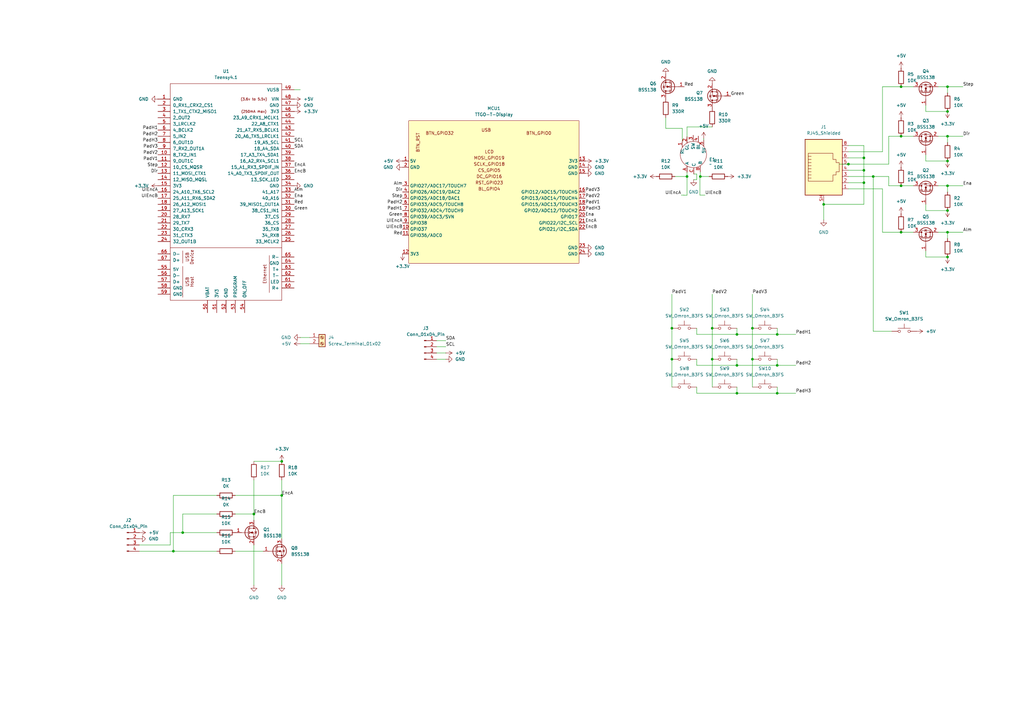
<source format=kicad_sch>
(kicad_sch (version 20231120) (generator "eeschema") (generator_version "8.0")
  (paper "A3")
  (lib_symbols
    (symbol "Connector:Conn_01x04_Pin" (pin_names (offset 1.016) hide)
      (property "Reference" "J" (at 0 5.08 0))
      (property "Value" "Conn_01x04_Pin" (at 0 -7.62 0))
      (symbol "Conn_01x04_Pin_1_1"
        (polyline (pts (xy 1.27 -5.08) (xy 0.8636 -5.08)) (stroke (width 0.1524)))
        (polyline (pts (xy 1.27 -2.54) (xy 0.8636 -2.54)) (stroke (width 0.1524)))
        (polyline (pts (xy 1.27 0) (xy 0.8636 0)) (stroke (width 0.1524)))
        (polyline (pts (xy 1.27 2.54) (xy 0.8636 2.54)) (stroke (width 0.1524)))
        (rectangle (start 0.8636 -4.953) (end 0 -5.207) (stroke (width 0.1524)) (fill (type outline)))
        (rectangle (start 0.8636 -2.413) (end 0 -2.667) (stroke (width 0.1524)) (fill (type outline)))
        (rectangle (start 0.8636 0.127) (end 0 -0.127) (stroke (width 0.1524)) (fill (type outline)))
        (rectangle (start 0.8636 2.667) (end 0 2.413) (stroke (width 0.1524)) (fill (type outline)))
        (pin passive line (at 5.08 2.54 180) (length 3.81) (name "Pin_1") (number "1"))
        (pin passive line (at 5.08 0 180) (length 3.81) (name "Pin_2") (number "2"))
        (pin passive line (at 5.08 -2.54 180) (length 3.81) (name "Pin_3") (number "3"))
        (pin passive line (at 5.08 -5.08 180) (length 3.81) (name "Pin_4") (number "4"))
      )
    )
    (symbol "Connector:RJ45_Shielded" (pin_names (offset 1.016))
      (property "Reference" "J" (at -5.08 13.97 0))
      (property "Value" "RJ45_Shielded" (at 2.54 13.97 0))
      (symbol "RJ45_Shielded_0_1"
        (polyline (pts (xy -5.08 4.445) (xy -6.35 4.445)))
        (polyline (pts (xy -5.08 5.715) (xy -6.35 5.715)))
        (polyline (pts (xy -6.35 -3.175) (xy -5.08 -3.175) (xy -5.08 -3.175)))
        (polyline (pts (xy -6.35 -1.905) (xy -5.08 -1.905) (xy -5.08 -1.905)))
        (polyline (pts (xy -6.35 -0.635) (xy -5.08 -0.635) (xy -5.08 -0.635)))
        (polyline (pts (xy -6.35 0.635) (xy -5.08 0.635) (xy -5.08 0.635)))
        (polyline (pts (xy -6.35 1.905) (xy -5.08 1.905) (xy -5.08 1.905)))
        (polyline (pts (xy -5.08 3.175) (xy -6.35 3.175) (xy -6.35 3.175)))
        (polyline (pts (xy -6.35 -4.445) (xy -6.35 6.985) (xy 3.81 6.985) (xy 3.81 4.445) (xy 5.08 4.445) (xy 5.08 3.175) (xy 6.35 3.175) (xy 6.35 -0.635) (xy 5.08 -0.635) (xy 5.08 -1.905) (xy 3.81 -1.905) (xy 3.81 -4.445) (xy -6.35 -4.445) (xy -6.35 -4.445)))
        (rectangle (start 7.62 12.7) (end -7.62 -10.16) (stroke (width 0.254)) (fill (type background)))
      )
      (symbol "RJ45_Shielded_1_1"
        (pin passive line (at 10.16 -7.62 180) (length 2.54) (name "~") (number "1"))
        (pin passive line (at 10.16 -5.08 180) (length 2.54) (name "~") (number "2"))
        (pin passive line (at 10.16 -2.54 180) (length 2.54) (name "~") (number "3"))
        (pin passive line (at 10.16 0 180) (length 2.54) (name "~") (number "4"))
        (pin passive line (at 10.16 2.54 180) (length 2.54) (name "~") (number "5"))
        (pin passive line (at 10.16 5.08 180) (length 2.54) (name "~") (number "6"))
        (pin passive line (at 10.16 7.62 180) (length 2.54) (name "~") (number "7"))
        (pin passive line (at 10.16 10.16 180) (length 2.54) (name "~") (number "8"))
        (pin passive line (at 0 -12.7 90) (length 2.54) (name "~") (number "SH"))
      )
    )
    (symbol "Connector:Screw_Terminal_01x02" (pin_names (offset 1.016) hide)
      (property "Reference" "J" (at 0 2.54 0))
      (property "Value" "Screw_Terminal_01x02" (at 0 -5.08 0))
      (symbol "Screw_Terminal_01x02_1_1"
        (rectangle (start -1.27 1.27) (end 1.27 -3.81) (stroke (width 0.254)) (fill (type background)))
        (circle (center 0 -2.54) (radius 0.635) (stroke (width 0.1524)))
        (polyline (pts (xy -0.5334 -2.2098) (xy 0.3302 -3.048)) (stroke (width 0.1524)))
        (polyline (pts (xy -0.5334 0.3302) (xy 0.3302 -0.508)) (stroke (width 0.1524)))
        (polyline (pts (xy -0.3556 -2.032) (xy 0.508 -2.8702)) (stroke (width 0.1524)))
        (polyline (pts (xy -0.3556 0.508) (xy 0.508 -0.3302)) (stroke (width 0.1524)))
        (circle (center 0 0) (radius 0.635) (stroke (width 0.1524)))
        (pin passive line (at -5.08 0 0) (length 3.81) (name "Pin_1") (number "1"))
        (pin passive line (at -5.08 -2.54 0) (length 3.81) (name "Pin_2") (number "2"))
      )
    )
    (symbol "Device:R" (pin_numbers hide) (pin_names (offset 0))
      (property "Reference" "R" (at 2.032 0 90))
      (property "Value" "R" (at 0 0 90))
      (symbol "R_0_1"
        (rectangle (start -1.016 -2.54) (end 1.016 2.54) (stroke (width 0.254)))
      )
      (symbol "R_1_1"
        (pin passive line (at 0 3.81 270) (length 1.27) (name "~") (number "1"))
        (pin passive line (at 0 -3.81 90) (length 1.27) (name "~") (number "2"))
      )
    )
    (symbol "RotaryEncoder:LED-EC12"
      (property "Reference" "E" (at 5.7594 -3.9264 0))
      (symbol "LED-EC12_0_1"
        (circle (center -0.0826 0.1376) (radius 5.3882))
      )
      (symbol "LED-EC12_1_1"
        (pin passive line (at -4.6276 5.7676 270) (length 2.54) (name "RL") (number "1"))
        (pin passive line (at -2.7026 7.3776 270) (length 2.54) (name "GL") (number "2"))
        (pin passive line (at -0.1826 8.0427 270) (length 2.54) (name "SW") (number "3"))
        (pin passive line (at 1.9523 7.6927 270) (length 2.54) (name "BL") (number "4"))
        (pin power_in line (at 4.1923 6.0826 270) (length 2.54) (name "5V") (number "5"))
        (pin passive line (at -2.7004 -7.1672 90) (length 2.54) (name "A") (number "A"))
        (pin passive line (at 2.7595 -7.0272 90) (length 2.54) (name "B") (number "B"))
        (pin passive line (at 0.0996 -7.8672 90) (length 2.54) (name "C") (number "C"))
      )
    )
    (symbol "Switch:SW_Omron_B3FS" (pin_numbers hide) (pin_names (offset 1.016) hide)
      (property "Reference" "SW" (at 1.27 2.54 0))
      (property "Value" "SW_Omron_B3FS" (at 0 -1.524 0))
      (symbol "SW_Omron_B3FS_0_1"
        (circle (center -2.032 0) (radius 0.508))
        (polyline (pts (xy 0 1.27) (xy 0 3.048)))
        (polyline (pts (xy 2.54 1.27) (xy -2.54 1.27)))
        (circle (center 2.032 0) (radius 0.508))
        (pin passive line (at -5.08 0 0) (length 2.54) (name "1") (number "1"))
        (pin passive line (at 5.08 0 180) (length 2.54) (name "2") (number "2"))
      )
    )
    (symbol "TTGO_T_Display:TTGO-T-Display"
      (property "Reference" "MCU" (at 0 0 0))
      (property "Value" "TTGO-T-Display" (at 0 2.54 0))
      (symbol "TTGO-T-Display_0_0"
        (text "BL_GPIO4" (at 1.27 -30.48 0) (effects (font (size 1.27 1.27))))
        (text "BTN_GPIO0" (at 21.59 -7.62 0) (effects (font (size 1.27 1.27))))
        (text "BTN_GPIO32" (at -19.05 -7.62 0) (effects (font (size 1.27 1.27))))
        (text "BTN_RST" (at -27.94 -11.43 900) (effects (font (size 1.27 1.27))))
        (text "CS_GPIO5" (at 1.27 -22.86 0) (effects (font (size 1.27 1.27))))
        (text "DC_GPIO16" (at 1.27 -25.4 0) (effects (font (size 1.27 1.27))))
        (text "LCD" (at 1.27 -15.24 0) (effects (font (size 1.27 1.27))))
        (text "MOSI_GPIO19" (at 1.27 -17.78 0) (effects (font (size 1.27 1.27))))
        (text "RST_GPIO23" (at 1.27 -27.94 0) (effects (font (size 1.27 1.27))))
        (text "SCLK_GPIO18" (at 1.27 -20.32 0) (effects (font (size 1.27 1.27))))
        (text "USB" (at 0 -6.35 0) (effects (font (size 1.27 1.27))))
      )
      (symbol "TTGO-T-Display_0_1"
        (rectangle (start -31.75 -2.54) (end 38.1 -60.96) (fill (type background)))
      )
      (symbol "TTGO-T-Display_1_1"
        (pin power_in line (at -34.29 -19.05 0) (length 2.54) (name "5V") (number "1"))
        (pin bidirectional line (at -34.29 -46.99 0) (length 2.54) (name "GPIO37") (number "10"))
        (pin bidirectional line (at -34.29 -49.53 0) (length 2.54) (name "GPIO36/ADC0") (number "11"))
        (pin power_in line (at -34.29 -57.15 0) (length 2.54) (name "3V3") (number "12"))
        (pin power_in line (at 40.64 -19.05 180) (length 2.54) (name "3V3") (number "13"))
        (pin power_in line (at 40.64 -21.59 180) (length 2.54) (name "GND") (number "14"))
        (pin power_in line (at 40.64 -24.13 180) (length 2.54) (name "GND") (number "15"))
        (pin bidirectional line (at 40.64 -31.75 180) (length 2.54) (name "GPIO12/ADC15/TOUCH5") (number "16"))
        (pin bidirectional line (at 40.64 -34.29 180) (length 2.54) (name "GPIO13/ADC14/TOUCH4") (number "17"))
        (pin bidirectional line (at 40.64 -36.83 180) (length 2.54) (name "GPIO15/ADC13/TOUCH3") (number "18"))
        (pin bidirectional line (at 40.64 -39.37 180) (length 2.54) (name "GPIO2/ADC12/TOUCH2") (number "19"))
        (pin power_in line (at -34.29 -21.59 0) (length 2.54) (name "GND") (number "2"))
        (pin bidirectional line (at 40.64 -41.91 180) (length 2.54) (name "GPIO17") (number "20"))
        (pin bidirectional line (at 40.64 -44.45 180) (length 2.54) (name "GPIO22/I2C_SCL") (number "21"))
        (pin bidirectional line (at 40.64 -46.99 180) (length 2.54) (name "GPIO21/I2C_SDA") (number "22"))
        (pin power_in line (at 40.64 -54.61 180) (length 2.54) (name "GND") (number "23"))
        (pin power_in line (at 40.64 -57.15 180) (length 2.54) (name "GND") (number "24"))
        (pin bidirectional line (at -34.29 -29.21 0) (length 2.54) (name "GPIO27/ADC17/TOUCH7") (number "3"))
        (pin bidirectional line (at -34.29 -31.75 0) (length 2.54) (name "GPIO26/ADC19/DAC2") (number "4"))
        (pin bidirectional line (at -34.29 -34.29 0) (length 2.54) (name "GPIO25/ADC18/DAC1") (number "5"))
        (pin bidirectional line (at -34.29 -36.83 0) (length 2.54) (name "GPIO33/ADC5/TOUCH8") (number "6"))
        (pin bidirectional line (at -34.29 -39.37 0) (length 2.54) (name "GPIO32/ADC4/TOUCH9") (number "7"))
        (pin bidirectional line (at -34.29 -41.91 0) (length 2.54) (name "GPIO39/ADC3/SVN") (number "8"))
        (pin bidirectional line (at -34.29 -44.45 0) (length 2.54) (name "GPIO38") (number "9"))
      )
    )
    (symbol "Transistor_FET:BSS138" (pin_names hide)
      (property "Reference" "Q" (at 5.08 1.905 0))
      (property "Value" "BSS138" (at 5.08 0 0))
      (symbol "BSS138_0_1"
        (polyline (pts (xy 0.254 0) (xy -2.54 0)))
        (polyline (pts (xy 0.254 1.905) (xy 0.254 -1.905)) (stroke (width 0.254)))
        (polyline (pts (xy 0.762 -1.27) (xy 0.762 -2.286)) (stroke (width 0.254)))
        (polyline (pts (xy 0.762 0.508) (xy 0.762 -0.508)) (stroke (width 0.254)))
        (polyline (pts (xy 0.762 2.286) (xy 0.762 1.27)) (stroke (width 0.254)))
        (polyline (pts (xy 2.54 2.54) (xy 2.54 1.778)))
        (polyline (pts (xy 2.54 -2.54) (xy 2.54 0) (xy 0.762 0)))
        (polyline (pts (xy 0.762 -1.778) (xy 3.302 -1.778) (xy 3.302 1.778) (xy 0.762 1.778)))
        (polyline (pts (xy 1.016 0) (xy 2.032 0.381) (xy 2.032 -0.381) (xy 1.016 0)) (fill (type outline)))
        (polyline (pts (xy 2.794 0.508) (xy 2.921 0.381) (xy 3.683 0.381) (xy 3.81 0.254)))
        (polyline (pts (xy 3.302 0.381) (xy 2.921 -0.254) (xy 3.683 -0.254) (xy 3.302 0.381)))
        (circle (center 1.651 0) (radius 2.794) (stroke (width 0.254)))
        (circle (center 2.54 -1.778) (radius 0.254) (fill (type outline)))
        (circle (center 2.54 1.778) (radius 0.254) (fill (type outline)))
      )
      (symbol "BSS138_1_1"
        (pin input line (at -5.08 0 0) (length 2.54) (name "G") (number "1"))
        (pin passive line (at 2.54 -5.08 90) (length 2.54) (name "S") (number "2"))
        (pin passive line (at 2.54 5.08 270) (length 2.54) (name "D") (number "3"))
      )
    )
    (symbol "power:+3.3V" (power) (pin_numbers hide) (pin_names (offset 0) hide)
      (property "Value" "+3.3V" (at 0 3.556 0))
      (symbol "+3.3V_0_1"
        (polyline (pts (xy -0.762 1.27) (xy 0 2.54)))
        (polyline (pts (xy 0 0) (xy 0 2.54)))
        (polyline (pts (xy 0 2.54) (xy 0.762 1.27)))
      )
      (symbol "+3.3V_1_1"
        (pin power_in line (at 0 0 90) (length 0) (name "~") (number "1"))
      )
    )
    (symbol "power:+5V" (power) (pin_numbers hide) (pin_names (offset 0) hide)
      (property "Value" "+5V" (at 0 3.556 0))
      (symbol "+5V_0_1"
        (polyline (pts (xy -0.762 1.27) (xy 0 2.54)))
        (polyline (pts (xy 0 0) (xy 0 2.54)))
        (polyline (pts (xy 0 2.54) (xy 0.762 1.27)))
      )
      (symbol "+5V_1_1"
        (pin power_in line (at 0 0 90) (length 0) (name "~") (number "1"))
      )
    )
    (symbol "power:GND" (power) (pin_numbers hide) (pin_names (offset 0) hide)
      (property "Value" "GND" (at 0 -3.81 0))
      (symbol "GND_0_1"
        (polyline (pts (xy 0 0) (xy 0 -1.27) (xy 1.27 -1.27) (xy 0 -2.54) (xy -1.27 -1.27) (xy 0 -1.27)))
      )
      (symbol "GND_1_1"
        (pin power_in line (at 0 0 270) (length 0) (name "~") (number "1"))
      )
    )
    (symbol "teensy:Teensy4.1" (pin_names (offset 1.016))
      (property "Reference" "U" (at 0 64.77 0))
      (property "Value" "Teensy4.1" (at 0 62.23 0))
      (symbol "Teensy4.1_0_0"
        (polyline (pts (xy -22.86 -6.35) (xy 22.86 -6.35)))
        (polyline (pts (xy -17.78 -26.67) (xy -17.78 -13.97)))
        (polyline (pts (xy -17.78 -7.62) (xy -17.78 -12.7)))
        (polyline (pts (xy 17.78 -9.525) (xy 17.78 -24.765)))
        (text "(250mA max)" (at 11.43 49.53 0) (effects (font (size 1.016 1.016))))
        (text "(3.6v to 5.5v)" (at 11.43 54.61 0) (effects (font (size 1.016 1.016))))
        (text "Device" (at -13.97 -10.16 900) (effects (font (size 1.27 1.27))))
        (text "Ethernet" (at 15.875 -17.145 900) (effects (font (size 1.27 1.27))))
        (text "Host" (at -13.97 -20.32 900) (effects (font (size 1.27 1.27))))
        (text "USB" (at -15.875 -20.32 900) (effects (font (size 1.27 1.27))))
        (text "USB" (at -15.875 -10.16 900) (effects (font (size 1.27 1.27))))
        (pin bidirectional line (at -27.94 31.75 0) (length 5.08) (name "8_TX2_IN1") (number "10"))
        (pin bidirectional line (at -27.94 29.21 0) (length 5.08) (name "9_OUT1C") (number "11"))
        (pin bidirectional line (at -27.94 26.67 0) (length 5.08) (name "10_CS_MQSR") (number "12"))
        (pin bidirectional line (at -27.94 24.13 0) (length 5.08) (name "11_MOSI_CTX1") (number "13"))
        (pin bidirectional line (at -27.94 21.59 0) (length 5.08) (name "12_MISO_MQSL") (number "14"))
        (pin power_in line (at -27.94 19.05 0) (length 5.08) (name "3V3") (number "15"))
        (pin bidirectional line (at -27.94 16.51 0) (length 5.08) (name "24_A10_TX6_SCL2") (number "16"))
        (pin bidirectional line (at -27.94 13.97 0) (length 5.08) (name "25_A11_RX6_SDA2") (number "17"))
        (pin bidirectional line (at -27.94 11.43 0) (length 5.08) (name "26_A12_MOSI1") (number "18"))
        (pin bidirectional line (at -27.94 8.89 0) (length 5.08) (name "27_A13_SCK1") (number "19"))
        (pin bidirectional line (at -27.94 6.35 0) (length 5.08) (name "28_RX7") (number "20"))
        (pin bidirectional line (at -27.94 3.81 0) (length 5.08) (name "29_TX7") (number "21"))
        (pin bidirectional line (at -27.94 1.27 0) (length 5.08) (name "30_CRX3") (number "22"))
        (pin bidirectional line (at -27.94 -1.27 0) (length 5.08) (name "31_CTX3") (number "23"))
        (pin bidirectional line (at -27.94 -3.81 0) (length 5.08) (name "32_OUT1B") (number "24"))
        (pin bidirectional line (at 27.94 -3.81 180) (length 5.08) (name "33_MCLK2") (number "25"))
        (pin bidirectional line (at 27.94 -1.27 180) (length 5.08) (name "34_RX8") (number "26"))
        (pin bidirectional line (at 27.94 1.27 180) (length 5.08) (name "35_TX8") (number "27"))
        (pin bidirectional line (at 27.94 3.81 180) (length 5.08) (name "36_CS") (number "28"))
        (pin bidirectional line (at 27.94 6.35 180) (length 5.08) (name "37_CS") (number "29"))
        (pin bidirectional line (at 27.94 8.89 180) (length 5.08) (name "38_CS1_IN1") (number "30"))
        (pin bidirectional line (at 27.94 11.43 180) (length 5.08) (name "39_MISO1_OUT1A") (number "31"))
        (pin bidirectional line (at 27.94 13.97 180) (length 5.08) (name "40_A16") (number "32"))
        (pin bidirectional line (at 27.94 16.51 180) (length 5.08) (name "41_A17") (number "33"))
        (pin bidirectional line (at 27.94 21.59 180) (length 5.08) (name "13_SCK_LED") (number "35"))
        (pin bidirectional line (at 27.94 24.13 180) (length 5.08) (name "14_A0_TX3_SPDIF_OUT") (number "36"))
        (pin bidirectional line (at 27.94 26.67 180) (length 5.08) (name "15_A1_RX3_SPDIF_IN") (number "37"))
        (pin bidirectional line (at 27.94 29.21 180) (length 5.08) (name "16_A2_RX4_SCL1") (number "38"))
        (pin bidirectional line (at 27.94 31.75 180) (length 5.08) (name "17_A3_TX4_SDA1") (number "39"))
        (pin bidirectional line (at 27.94 34.29 180) (length 5.08) (name "18_A4_SDA") (number "40"))
        (pin bidirectional line (at 27.94 36.83 180) (length 5.08) (name "19_A5_SCL") (number "41"))
        (pin bidirectional line (at 27.94 39.37 180) (length 5.08) (name "20_A6_TX5_LRCLK1") (number "42"))
        (pin bidirectional line (at 27.94 41.91 180) (length 5.08) (name "21_A7_RX5_BCLK1") (number "43"))
        (pin bidirectional line (at 27.94 44.45 180) (length 5.08) (name "22_A8_CTX1") (number "44"))
        (pin bidirectional line (at 27.94 46.99 180) (length 5.08) (name "23_A9_CRX1_MCLK1") (number "45"))
        (pin output line (at 27.94 49.53 180) (length 5.08) (name "3V3") (number "46"))
        (pin output line (at 27.94 52.07 180) (length 5.08) (name "GND") (number "47"))
        (pin power_in line (at 27.94 54.61 180) (length 5.08) (name "VIN") (number "48"))
        (pin power_out line (at 27.94 58.42 180) (length 5.08) (name "VUSB") (number "49"))
        (pin bidirectional line (at -27.94 44.45 0) (length 5.08) (name "3_LRCLK2") (number "5"))
        (pin power_in line (at -7.62 -33.02 90) (length 5.08) (name "VBAT") (number "50"))
        (pin power_in line (at -3.81 -33.02 90) (length 5.08) (name "3V3") (number "51"))
        (pin input line (at 0 -33.02 90) (length 5.08) (name "GND") (number "52"))
        (pin input line (at 3.81 -33.02 90) (length 5.08) (name "PROGRAM") (number "53"))
        (pin input line (at 7.62 -33.02 90) (length 5.08) (name "ON_OFF") (number "54"))
        (pin power_out line (at -27.94 -15.24 0) (length 5.08) (name "5V") (number "55"))
        (pin bidirectional line (at -27.94 -17.78 0) (length 5.08) (name "D-") (number "56"))
        (pin bidirectional line (at -27.94 -20.32 0) (length 5.08) (name "D+") (number "57"))
        (pin power_in line (at -27.94 -22.86 0) (length 5.08) (name "GND") (number "58"))
        (pin power_in line (at -27.94 -25.4 0) (length 5.08) (name "GND") (number "59"))
        (pin bidirectional line (at -27.94 41.91 0) (length 5.08) (name "4_BCLK2") (number "6"))
        (pin bidirectional line (at 27.94 -22.86 180) (length 5.08) (name "R+") (number "60"))
        (pin bidirectional line (at 27.94 -20.32 180) (length 5.08) (name "LED") (number "61"))
        (pin bidirectional line (at 27.94 -17.78 180) (length 5.08) (name "T-") (number "62"))
        (pin bidirectional line (at 27.94 -15.24 180) (length 5.08) (name "T+") (number "63"))
        (pin power_in line (at 27.94 -12.7 180) (length 5.08) (name "GND") (number "64"))
        (pin bidirectional line (at 27.94 -10.16 180) (length 5.08) (name "R-") (number "65"))
        (pin bidirectional line (at -27.94 -8.89 0) (length 5.08) (name "D-") (number "66"))
        (pin bidirectional line (at -27.94 -11.43 0) (length 5.08) (name "D+") (number "67"))
        (pin bidirectional line (at -27.94 39.37 0) (length 5.08) (name "5_IN2") (number "7"))
        (pin bidirectional line (at -27.94 36.83 0) (length 5.08) (name "6_OUT1D") (number "8"))
        (pin bidirectional line (at -27.94 34.29 0) (length 5.08) (name "7_RX2_OUT1A") (number "9"))
      )
      (symbol "Teensy4.1_0_1"
        (rectangle (start -22.86 60.96) (end 22.86 -27.94))
        (rectangle (start -20.32 -1.27) (end -20.32 -1.27))
      )
      (symbol "Teensy4.1_1_1"
        (pin power_in line (at -27.94 54.61 0) (length 5.08) (name "GND") (number "1"))
        (pin bidirectional line (at -27.94 52.07 0) (length 5.08) (name "0_RX1_CRX2_CS1") (number "2"))
        (pin bidirectional line (at -27.94 49.53 0) (length 5.08) (name "1_TX1_CTX2_MISO1") (number "3"))
        (pin power_in line (at 27.94 19.05 180) (length 5.08) (name "GND") (number "34"))
        (pin bidirectional line (at -27.94 46.99 0) (length 5.08) (name "2_OUT2") (number "4"))
      )
    )
  )
  (junction (at 337.82 83.82))
  (junction (at 115.57 203.2))
  (junction (at 281.7796 72.39))
  (junction (at 292.1 134.62))
  (junction (at 275.59 134.62))
  (junction (at 308.61 134.62))
  (junction (at 354.33 74.93))
  (junction (at 302.26 161.29))
  (junction (at 275.59 147.32))
  (junction (at 318.77 161.29))
  (junction (at 369.57 76.2))
  (junction (at 388.62 66.04))
  (junction (at 347.98 67.31))
  (junction (at 115.57 189.23))
  (junction (at 302.26 137.16))
  (junction (at 308.61 147.32))
  (junction (at 287.2395 72.39))
  (junction (at 354.33 69.85))
  (junction (at 71.12 226.06))
  (junction (at 388.62 55.88))
  (junction (at 388.62 95.25))
  (junction (at 369.57 35.56))
  (junction (at 318.77 137.16))
  (junction (at 358.14 72.39))
  (junction (at 318.77 149.86))
  (junction (at 292.1 147.32))
  (junction (at 74.93 218.44))
  (junction (at 369.57 55.88))
  (junction (at 388.62 76.2))
  (junction (at 104.14 210.82))
  (junction (at 388.62 35.56))
  (junction (at 302.26 149.86))
  (junction (at 388.62 86.36))
  (junction (at 354.33 64.77))
  (junction (at 388.62 45.72))
  (junction (at 388.62 105.41))
  (junction (at 369.57 95.25))
  (wire (pts (xy 74.93 218.44) (xy 88.9 218.44)))
  (wire (pts (xy 302.26 137.16) (xy 318.77 137.16)))
  (wire (pts (xy 279.8524 57.7324) (xy 279.8524 52.6628)))
  (wire (pts (xy 369.57 95.25) (xy 374.65 95.25)))
  (wire (pts (xy 354.33 83.82) (xy 337.82 83.82)))
  (wire (pts (xy 284.48 73.66) (xy 285.75 73.66)))
  (wire (pts (xy 369.57 35.56) (xy 374.65 35.56)))
  (wire (pts (xy 182.88 139.7) (xy 179.07 139.7)))
  (wire (pts (xy 318.77 149.86) (xy 326.39 149.86)))
  (wire (pts (xy 384.81 95.25) (xy 388.62 95.25)))
  (wire (pts (xy 275.59 134.62) (xy 275.59 147.32)))
  (wire (pts (xy 285.75 134.62) (xy 285.75 137.16)))
  (wire (pts (xy 318.77 137.16) (xy 326.39 137.16)))
  (wire (pts (xy 318.77 147.32) (xy 318.77 149.86)))
  (wire (pts (xy 123.19 36.83) (xy 120.65 36.83)))
  (wire (pts (xy 280.5096 80.0382) (xy 280.5096 80.01)))
  (wire (pts (xy 337.82 83.82) (xy 337.82 90.17)))
  (wire (pts (xy 182.88 147.32) (xy 179.07 147.32)))
  (wire (pts (xy 287.2395 70.5272) (xy 287.2395 72.39)))
  (wire (pts (xy 281.7774 52.07) (xy 281.7774 56.1224)))
  (wire (pts (xy 115.57 203.2) (xy 115.57 220.98)))
  (wire (pts (xy 347.98 77.47) (xy 361.95 77.47)))
  (wire (pts (xy 281.7774 52.07) (xy 292.1 52.07)))
  (wire (pts (xy 364.49 67.31) (xy 364.49 55.88)))
  (wire (pts (xy 69.85 218.44) (xy 74.93 218.44)))
  (wire (pts (xy 388.62 55.88) (xy 394.97 55.88)))
  (wire (pts (xy 288.6108 57.4174) (xy 288.6723 57.4174)))
  (wire (pts (xy 123.19 138.43) (xy 127 138.43)))
  (wire (pts (xy 285.75 73.66) (xy 285.75 71.3672)))
  (wire (pts (xy 379.73 83.82) (xy 379.73 86.36)))
  (wire (pts (xy 354.33 69.85) (xy 354.33 74.93)))
  (wire (pts (xy 115.57 231.14) (xy 115.57 240.03)))
  (wire (pts (xy 285.75 158.75) (xy 285.75 161.29)))
  (wire (pts (xy 288.6108 56.7881) (xy 288.6108 57.4174)))
  (wire (pts (xy 281.7796 80.0382) (xy 280.5096 80.0382)))
  (wire (pts (xy 285.75 149.86) (xy 302.26 149.86)))
  (wire (pts (xy 358.14 135.89) (xy 365.76 135.89)))
  (wire (pts (xy 388.62 78.74) (xy 388.62 76.2)))
  (wire (pts (xy 285.75 161.29) (xy 302.26 161.29)))
  (wire (pts (xy 285.75 71.3672) (xy 284.5796 71.3672)))
  (wire (pts (xy 361.95 35.56) (xy 369.57 35.56)))
  (wire (pts (xy 74.93 210.82) (xy 88.9 210.82)))
  (wire (pts (xy 364.49 55.88) (xy 369.57 55.88)))
  (wire (pts (xy 347.98 59.69) (xy 354.33 59.69)))
  (wire (pts (xy 115.57 196.85) (xy 115.57 203.2)))
  (wire (pts (xy 96.52 203.2) (xy 115.57 203.2)))
  (wire (pts (xy 281.7796 70.6672) (xy 281.7796 72.39)))
  (wire (pts (xy 358.14 72.39) (xy 364.49 72.39)))
  (wire (pts (xy 361.95 77.47) (xy 361.95 95.25)))
  (wire (pts (xy 302.26 134.62) (xy 302.26 137.16)))
  (wire (pts (xy 57.15 223.52) (xy 69.85 223.52)))
  (wire (pts (xy 318.77 161.29) (xy 326.39 161.29)))
  (wire (pts (xy 308.61 158.75) (xy 308.61 147.32)))
  (wire (pts (xy 302.26 149.86) (xy 318.77 149.86)))
  (wire (pts (xy 384.81 55.88) (xy 388.62 55.88)))
  (wire (pts (xy 275.59 120.65) (xy 275.59 134.62)))
  (wire (pts (xy 379.73 63.5) (xy 379.73 66.04)))
  (wire (pts (xy 287.2395 72.39) (xy 290.83 72.39)))
  (wire (pts (xy 318.77 134.62) (xy 318.77 137.16)))
  (wire (pts (xy 292.1 147.32) (xy 292.1 158.75)))
  (wire (pts (xy 302.26 147.32) (xy 302.26 149.86)))
  (wire (pts (xy 337.82 83.82) (xy 337.82 82.55)))
  (wire (pts (xy 388.62 97.79) (xy 388.62 95.25)))
  (wire (pts (xy 379.73 45.72) (xy 388.62 45.72)))
  (wire (pts (xy 308.61 147.32) (xy 308.61 134.62)))
  (wire (pts (xy 347.98 74.93) (xy 354.33 74.93)))
  (wire (pts (xy 57.15 226.06) (xy 71.12 226.06)))
  (wire (pts (xy 281.7796 72.39) (xy 281.7796 80.0382)))
  (wire (pts (xy 379.73 105.41) (xy 388.62 105.41)))
  (wire (pts (xy 364.49 72.39) (xy 364.49 76.2)))
  (wire (pts (xy 384.81 76.2) (xy 388.62 76.2)))
  (wire (pts (xy 347.98 64.77) (xy 354.33 64.77)))
  (wire (pts (xy 280.5096 80.01) (xy 279.4 80.01)))
  (wire (pts (xy 379.73 66.04) (xy 388.62 66.04)))
  (wire (pts (xy 388.62 58.42) (xy 388.62 55.88)))
  (wire (pts (xy 354.33 64.77) (xy 354.33 69.85)))
  (wire (pts (xy 104.14 196.85) (xy 104.14 210.82)))
  (wire (pts (xy 388.62 38.1) (xy 388.62 35.56)))
  (wire (pts (xy 96.52 226.06) (xy 107.95 226.06)))
  (wire (pts (xy 96.52 210.82) (xy 104.14 210.82)))
  (wire (pts (xy 354.33 59.69) (xy 354.33 64.77)))
  (wire (pts (xy 285.75 137.16) (xy 302.26 137.16)))
  (wire (pts (xy 369.57 76.2) (xy 374.65 76.2)))
  (wire (pts (xy 182.88 142.24) (xy 179.07 142.24)))
  (wire (pts (xy 302.26 158.75) (xy 302.26 161.29)))
  (wire (pts (xy 287.0791 72.39) (xy 287.0791 80.01)))
  (wire (pts (xy 276.86 72.39) (xy 281.7796 72.39)))
  (wire (pts (xy 379.73 86.36) (xy 388.62 86.36)))
  (wire (pts (xy 104.14 223.52) (xy 104.14 240.03)))
  (wire (pts (xy 318.77 158.75) (xy 318.77 161.29)))
  (wire (pts (xy 379.73 43.18) (xy 379.73 45.72)))
  (wire (pts (xy 369.57 55.88) (xy 374.65 55.88)))
  (wire (pts (xy 361.95 35.56) (xy 361.95 62.23)))
  (wire (pts (xy 302.26 161.29) (xy 318.77 161.29)))
  (wire (pts (xy 379.73 102.87) (xy 379.73 105.41)))
  (wire (pts (xy 275.59 147.32) (xy 275.59 158.75)))
  (wire (pts (xy 344.17 67.31) (xy 347.98 67.31)))
  (wire (pts (xy 104.14 210.82) (xy 104.14 213.36)))
  (wire (pts (xy 273.05 52.6628) (xy 273.05 48.26)))
  (wire (pts (xy 71.12 226.06) (xy 71.12 203.2)))
  (wire (pts (xy 361.95 95.25) (xy 369.57 95.25)))
  (wire (pts (xy 104.14 189.23) (xy 115.57 189.23)))
  (wire (pts (xy 182.88 144.78) (xy 179.07 144.78)))
  (wire (pts (xy 347.98 67.31) (xy 364.49 67.31)))
  (wire (pts (xy 384.81 35.56) (xy 388.62 35.56)))
  (wire (pts (xy 308.61 134.62) (xy 308.61 120.65)))
  (wire (pts (xy 74.93 218.44) (xy 74.93 210.82)))
  (wire (pts (xy 347.98 69.85) (xy 354.33 69.85)))
  (wire (pts (xy 388.62 76.2) (xy 394.97 76.2)))
  (wire (pts (xy 347.98 62.23) (xy 361.95 62.23)))
  (wire (pts (xy 354.33 74.93) (xy 354.33 83.82)))
  (wire (pts (xy 285.75 147.32) (xy 285.75 149.86)))
  (wire (pts (xy 292.1 120.65) (xy 292.1 134.62)))
  (wire (pts (xy 358.14 72.39) (xy 358.14 135.89)))
  (wire (pts (xy 388.62 35.56) (xy 394.97 35.56)))
  (wire (pts (xy 71.12 203.2) (xy 88.9 203.2)))
  (wire (pts (xy 289.1801 80.01) (xy 287.0791 80.01)))
  (wire (pts (xy 292.1 134.62) (xy 292.1 147.32)))
  (wire (pts (xy 388.62 95.25) (xy 394.97 95.25)))
  (wire (pts (xy 71.12 226.06) (xy 88.9 226.06)))
  (wire (pts (xy 287.0791 72.39) (xy 287.2395 72.39)))
  (wire (pts (xy 123.19 140.97) (xy 127 140.97)))
  (wire (pts (xy 69.85 223.52) (xy 69.85 218.44)))
  (wire (pts (xy 364.49 76.2) (xy 369.57 76.2)))
  (wire (pts (xy 347.98 72.39) (xy 358.14 72.39)))
  (wire (pts (xy 279.8524 52.6628) (xy 273.05 52.6628)))
  (label "Alm" (at 394.97 95.25 0))
  (label "PadH2" (at 326.39 149.86 0))
  (label "Alm" (at 120.65 78.74 0))
  (label "UIEncA" (at 279.4 80.01 180))
  (label "SCL" (at 120.65 58.42 0))
  (label "EncA" (at 240.03 91.44 0))
  (label "Green" (at 299.72 39.37 0))
  (label "Green" (at 165.1 88.9 180))
  (label "Ena" (at 120.65 81.28 0))
  (label "PadV1" (at 275.59 120.65 0))
  (label "Dir" (at 165.1 78.74 180))
  (label "UIEncB" (at 289.1801 80.01 0))
  (label "EncB" (at 120.65 71.12 0))
  (label "Green" (at 120.65 86.36 0))
  (label "PadV3" (at 240.03 78.74 0))
  (label "Ena" (at 394.97 76.2 0))
  (label "UIEncB" (at 64.77 81.28 180))
  (label "Step" (at 165.1 81.28 180))
  (label "EncA" (at 120.65 68.58 0))
  (label "PadV2" (at 240.03 81.28 0))
  (label "PadH1" (at 165.1 86.36 180))
  (label "Alm" (at 165.1 76.2 180))
  (label "EncB" (at 104.14 210.82 0))
  (label "Ena" (at 240.03 88.9 0))
  (label "PadH1" (at 326.39 137.16 0))
  (label "PadV1" (at 64.77 66.04 180))
  (label "PadV3" (at 64.77 60.96 180))
  (label "Dir" (at 394.97 55.88 0))
  (label "PadH3" (at 326.39 161.29 0))
  (label "Dir" (at 64.77 71.12 180))
  (label "UIEncB" (at 165.1 93.98 180))
  (label "SCL" (at 182.88 142.24 0))
  (label "Red" (at 120.65 83.82 0))
  (label "SDA" (at 120.65 60.96 0))
  (label "PadV3" (at 308.61 120.65 0))
  (label "UIEncA" (at 165.1 91.44 180))
  (label "PadH2" (at 165.1 83.82 180))
  (label "SDA" (at 182.88 139.7 0))
  (label "PadV2" (at 64.77 63.5 180))
  (label "Step" (at 64.77 68.58 180))
  (label "PadH2" (at 64.77 55.88 180))
  (label "PadH3" (at 240.03 86.36 0))
  (label "PadV2" (at 292.1 120.65 0))
  (label "PadH3" (at 64.77 58.42 180))
  (label "EncB" (at 240.03 93.98 0))
  (label "PadH1" (at 64.77 53.34 180))
  (label "Step" (at 394.97 35.56 0))
  (label "EncA" (at 115.57 203.2 0))
  (label "PadV1" (at 240.03 83.82 0))
  (label "UIEncA" (at 64.77 78.74 180))
  (label "Red" (at 165.1 96.52 180))
  (label "Red" (at 280.67 35.56 0))
  (symbol (lib_id "Device:R") (at 388.62 82.55 0) (unit 1)
    (property "Reference" "R2" (at 391.16 81.2799 0) (effects (justify left)))
    (property "Value" "10K" (at 391.16 83.8199 0) (effects (justify left)))
    (property "Footprint" "Resistor_SMD:R_0805_2012Metric" (effects (hide yes)))
    (property "Description" "Resistor" (effects (hide yes)))
  )
  (symbol (lib_id "power:+3.3V") (at 269.24 72.39 90) (unit 1)
    (property "Reference" "#PWR014" (effects (hide yes)))
    (property "Value" "+3.3V" (at 265.43 72.3899 90) (effects (justify left)))
    (property "Description" "Power symbol creates a global label with name \"+3.3V\"" (effects (hide yes)))
  )
  (symbol (lib_id "power:+5V") (at 165.1 66.04 90) (unit 1)
    (property "Reference" "#PWR025" (effects (hide yes)))
    (property "Value" "+5V" (at 161.29 66.0399 90) (effects (justify left)))
    (property "Description" "Power symbol creates a global label with name \"+5V\"" (effects (hide yes)))
  )
  (symbol (lib_id "power:+3.3V") (at 388.62 66.04 180) (unit 1)
    (property "Reference" "#PWR08" (effects (hide yes)))
    (property "Value" "+3.3V" (at 388.62 71.12 0))
    (property "Description" "Power symbol creates a global label with name \"+3.3V\"" (effects (hide yes)))
  )
  (symbol (lib_id "Connector:RJ45_Shielded") (at 337.82 69.85 0) (unit 1)
    (property "Reference" "J1" (at 337.82 52.07 0))
    (property "Value" "RJ45_Shielded" (at 337.82 54.61 0))
    (property "Footprint" "Connector_RJ:RJ45_RCH_RC01937" (effects (hide yes)))
    (property "Description" "RJ connector, 8P8C (8 positions 8 connected), Shielded" (effects (hide yes)))
  )
  (symbol (lib_id "power:+3.3V") (at 120.65 45.72 270) (unit 1)
    (property "Reference" "#PWR037" (effects (hide yes)))
    (property "Value" "+3.3V" (at 124.46 45.7199 90) (effects (justify left)))
    (property "Description" "Power symbol creates a global label with name \"+3.3V\"" (effects (hide yes)))
  )
  (symbol (lib_id "Transistor_FET:BSS138") (at 275.59 35.56 180) (unit 1)
    (property "Reference" "Q6" (at 269.24 34.2899 0) (effects (justify left)))
    (property "Value" "BSS138" (at 269.24 36.8299 0) (effects (justify left)))
    (property "Footprint" "Package_TO_SOT_SMD:SOT-23" (effects (hide yes)))
    (property "Datasheet" "https://www.onsemi.com/pub/Collateral/BSS138-D.PDF" (effects (hide yes)))
    (property "Description" "50V Vds, 0.22A Id, N-Channel MOSFET, SOT-23" (effects (hide yes)))
  )
  (symbol (lib_id "power:+3.3V") (at 240.03 66.04 270) (unit 1)
    (property "Reference" "#PWR032" (effects (hide yes)))
    (property "Value" "+3.3V" (at 243.84 66.0399 90) (effects (justify left)))
    (property "Description" "Power symbol creates a global label with name \"+3.3V\"" (effects (hide yes)))
  )
  (symbol (lib_id "power:+5V") (at 369.57 27.94 0) (unit 1)
    (property "Reference" "#PWR09" (effects (hide yes)))
    (property "Value" "+5V" (at 369.57 22.86 0))
    (property "Description" "Power symbol creates a global label with name \"+5V\"" (effects (hide yes)))
  )
  (symbol (lib_id "Transistor_FET:BSS138") (at 113.03 226.06 0) (unit 1)
    (property "Reference" "Q8" (at 119.38 224.7899 0) (effects (justify left)))
    (property "Value" "BSS138" (at 119.38 227.3299 0) (effects (justify left)))
    (property "Footprint" "Package_TO_SOT_SMD:SOT-23" (effects (hide yes)))
    (property "Datasheet" "https://www.onsemi.com/pub/Collateral/BSS138-D.PDF" (effects (hide yes)))
    (property "Description" "50V Vds, 0.22A Id, N-Channel MOSFET, SOT-23" (effects (hide yes)))
  )
  (symbol (lib_id "power:GND") (at 115.57 240.03 0) (unit 1)
    (property "Reference" "#PWR015" (effects (hide yes)))
    (property "Value" "GND" (at 115.57 245.11 0))
    (property "Description" "Power symbol creates a global label with name \"GND\" , ground" (effects (hide yes)))
  )
  (symbol (lib_id "Device:R") (at 92.71 226.06 90) (unit 1)
    (property "Reference" "R16" (at 92.71 219.71 90))
    (property "Value" "10K" (at 92.71 222.25 90))
    (property "Footprint" "Resistor_SMD:R_0805_2012Metric" (effects (hide yes)))
    (property "Description" "Resistor" (effects (hide yes)))
  )
  (symbol (lib_id "Switch:SW_Omron_B3FS") (at 313.69 134.62 0) (unit 1)
    (property "Reference" "SW4" (at 313.69 127 0))
    (property "Value" "SW_Omron_B3FS" (at 313.69 129.54 0))
    (property "Footprint" "Button_Switch_THT:SW_TH_Tactile_Omron_B3F-10xx" (effects (hide yes)))
    (property "Datasheet" "https://omronfs.omron.com/en_US/ecb/products/pdf/en-b3fs.pdf" (effects (hide yes)))
    (property "Description" "Omron B3FS 6x6mm single pole normally-open tactile switch" (effects (hide yes)))
  )
  (symbol (lib_id "power:GND") (at 120.65 43.18 90) (unit 1)
    (property "Reference" "#PWR034" (effects (hide yes)))
    (property "Value" "GND" (at 124.46 43.1799 90) (effects (justify right)))
    (property "Description" "Power symbol creates a global label with name \"GND\" , ground" (effects (hide yes)))
  )
  (symbol (lib_id "power:+5V") (at 120.65 40.64 270) (unit 1)
    (property "Reference" "#PWR033" (effects (hide yes)))
    (property "Value" "+5V" (at 124.46 40.6399 90) (effects (justify left)))
    (property "Description" "Power symbol creates a global label with name \"+5V\"" (effects (hide yes)))
  )
  (symbol (lib_id "Device:R") (at 369.57 31.75 0) (unit 1)
    (property "Reference" "R5" (at 372.11 30.4799 0) (effects (justify left)))
    (property "Value" "10K" (at 372.11 33.0199 0) (effects (justify left)))
    (property "Footprint" "Resistor_SMD:R_0805_2012Metric" (effects (hide yes)))
    (property "Description" "Resistor" (effects (hide yes)))
  )
  (symbol (lib_id "Switch:SW_Omron_B3FS") (at 297.18 134.62 0) (unit 1)
    (property "Reference" "SW3" (at 297.18 127 0))
    (property "Value" "SW_Omron_B3FS" (at 297.18 129.54 0))
    (property "Footprint" "Button_Switch_THT:SW_TH_Tactile_Omron_B3F-10xx" (effects (hide yes)))
    (property "Datasheet" "https://omronfs.omron.com/en_US/ecb/products/pdf/en-b3fs.pdf" (effects (hide yes)))
    (property "Description" "Omron B3FS 6x6mm single pole normally-open tactile switch" (effects (hide yes)))
  )
  (symbol (lib_id "power:GND") (at 240.03 101.6 90) (unit 1)
    (property "Reference" "#PWR027" (effects (hide yes)))
    (property "Value" "GND" (at 243.84 101.5999 90) (effects (justify right)))
    (property "Description" "Power symbol creates a global label with name \"GND\" , ground" (effects (hide yes)))
  )
  (symbol (lib_id "power:+5V") (at 369.57 68.58 0) (unit 1)
    (property "Reference" "#PWR05" (effects (hide yes)))
    (property "Value" "+5V" (at 369.57 63.5 0))
    (property "Description" "Power symbol creates a global label with name \"+5V\"" (effects (hide yes)))
  )
  (symbol (lib_id "power:+5V") (at 182.88 144.78 270) (unit 1)
    (property "Reference" "#PWR020" (effects (hide yes)))
    (property "Value" "+5V" (at 186.69 144.7799 90) (effects (justify left)))
    (property "Description" "Power symbol creates a global label with name \"+5V\"" (effects (hide yes)))
  )
  (symbol (lib_id "Device:R") (at 92.71 210.82 90) (unit 1)
    (property "Reference" "R14" (at 92.71 204.47 90))
    (property "Value" "0K" (at 92.71 207.01 90))
    (property "Footprint" "Resistor_SMD:R_0805_2012Metric" (effects (hide yes)))
    (property "Description" "Resistor" (effects (hide yes)))
  )
  (symbol (lib_id "power:+3.3V") (at 165.1 104.14 180) (unit 1)
    (property "Reference" "#PWR031" (effects (hide yes)))
    (property "Value" "+3.3V" (at 165.1 109.22 0))
    (property "Description" "Power symbol creates a global label with name \"+3.3V\"" (effects (hide yes)))
  )
  (symbol (lib_id "power:+5V") (at 288.6108 56.7881 0) (unit 1)
    (property "Reference" "#PWR02" (effects (hide yes)))
    (property "Value" "+5V" (at 288.6108 51.7081 0))
    (property "Description" "Power symbol creates a global label with name \"+5V\"" (effects (hide yes)))
  )
  (symbol (lib_id "power:+3.3V") (at 388.62 45.72 180) (unit 1)
    (property "Reference" "#PWR010" (effects (hide yes)))
    (property "Value" "+3.3V" (at 388.62 50.8 0))
    (property "Description" "Power symbol creates a global label with name \"+3.3V\"" (effects (hide yes)))
  )
  (symbol (lib_id "power:GND") (at 165.1 68.58 270) (unit 1)
    (property "Reference" "#PWR026" (effects (hide yes)))
    (property "Value" "GND" (at 161.29 68.5799 90) (effects (justify right)))
    (property "Description" "Power symbol creates a global label with name \"GND\" , ground" (effects (hide yes)))
  )
  (symbol (lib_id "Transistor_FET:BSS138") (at 101.6 218.44 0) (unit 1)
    (property "Reference" "Q1" (at 107.95 217.1699 0) (effects (justify left)))
    (property "Value" "BSS138" (at 107.95 219.7099 0) (effects (justify left)))
    (property "Footprint" "Package_TO_SOT_SMD:SOT-23" (effects (hide yes)))
    (property "Datasheet" "https://www.onsemi.com/pub/Collateral/BSS138-D.PDF" (effects (hide yes)))
    (property "Description" "50V Vds, 0.22A Id, N-Channel MOSFET, SOT-23" (effects (hide yes)))
  )
  (symbol (lib_id "Device:R") (at 92.71 203.2 90) (unit 1)
    (property "Reference" "R13" (at 92.71 196.85 90))
    (property "Value" "0K" (at 92.71 199.39 90))
    (property "Footprint" "Resistor_SMD:R_0805_2012Metric" (effects (hide yes)))
    (property "Description" "Resistor" (effects (hide yes)))
  )
  (symbol (lib_id "Connector:Conn_01x04_Pin") (at 173.99 142.24 0) (unit 1)
    (property "Reference" "J3" (at 174.625 134.62 0))
    (property "Value" "Conn_01x04_Pin" (at 174.625 137.16 0))
    (property "Footprint" "Connector_PinHeader_2.54mm:PinHeader_1x04_P2.54mm_Vertical" (effects (hide yes)))
    (property "Description" "Generic connector, single row, 01x04, script generated" (effects (hide yes)))
  )
  (symbol (lib_id "power:+3.3V") (at 388.62 105.41 180) (unit 1)
    (property "Reference" "#PWR04" (effects (hide yes)))
    (property "Value" "+3.3V" (at 388.62 110.49 0))
    (property "Description" "Power symbol creates a global label with name \"+3.3V\"" (effects (hide yes)))
  )
  (symbol (lib_id "teensy:Teensy4.1") (at 92.71 95.25 0) (unit 1)
    (property "Reference" "U1" (at 92.71 29.21 0))
    (property "Value" "Teensy4.1" (at 92.71 31.75 0))
    (property "Footprint" "teensy:Teensy41" (effects (hide yes)))
  )
  (symbol (lib_id "power:GND") (at 292.1 34.29 180) (unit 1)
    (property "Reference" "#PWR012" (effects (hide yes)))
    (property "Value" "GND" (at 292.1 29.21 0))
    (property "Description" "Power symbol creates a global label with name \"GND\" , ground" (effects (hide yes)))
  )
  (symbol (lib_id "Transistor_FET:BSS138") (at 379.73 58.42 90) (unit 1)
    (property "Reference" "Q3" (at 379.73 49.53 90))
    (property "Value" "BSS138" (at 379.73 52.07 90))
    (property "Footprint" "Package_TO_SOT_SMD:SOT-23" (effects (hide yes)))
    (property "Datasheet" "https://www.onsemi.com/pub/Collateral/BSS138-D.PDF" (effects (hide yes)))
    (property "Description" "50V Vds, 0.22A Id, N-Channel MOSFET, SOT-23" (effects (hide yes)))
  )
  (symbol (lib_id "Connector:Screw_Terminal_01x02") (at 132.08 138.43 0) (unit 1)
    (property "Reference" "J4" (at 134.62 138.4299 0) (effects (justify left)))
    (property "Value" "Screw_Terminal_01x02" (at 134.62 140.9699 0) (effects (justify left)))
    (property "Footprint" "TerminalBlock_CUI:TerminalBlock_CUI_TB007-508-02_1x02_P5.08mm_Horizontal" (effects (hide yes)))
    (property "Description" "Generic screw terminal, single row, 01x02, script generated (kicad-library-utils/schlib/autogen/connector/)" (effects (hide yes)))
  )
  (symbol (lib_id "power:+3.3V") (at 115.57 189.23 0) (unit 1)
    (property "Reference" "#PWR019" (effects (hide yes)))
    (property "Value" "+3.3V" (at 115.57 184.15 0))
    (property "Description" "Power symbol creates a global label with name \"+3.3V\"" (effects (hide yes)))
  )
  (symbol (lib_id "Switch:SW_Omron_B3FS") (at 280.67 158.75 0) (unit 1)
    (property "Reference" "SW8" (at 280.67 151.13 0))
    (property "Value" "SW_Omron_B3FS" (at 280.67 153.67 0))
    (property "Footprint" "Button_Switch_THT:SW_TH_Tactile_Omron_B3F-10xx" (effects (hide yes)))
    (property "Datasheet" "https://omronfs.omron.com/en_US/ecb/products/pdf/en-b3fs.pdf" (effects (hide yes)))
    (property "Description" "Omron B3FS 6x6mm single pole normally-open tactile switch" (effects (hide yes)))
  )
  (symbol (lib_id "power:+5V") (at 57.15 218.44 270) (unit 1)
    (property "Reference" "#PWR018" (effects (hide yes)))
    (property "Value" "+5V" (at 60.96 218.4399 90) (effects (justify left)))
    (property "Description" "Power symbol creates a global label with name \"+5V\"" (effects (hide yes)))
  )
  (symbol (lib_id "Device:R") (at 369.57 52.07 0) (unit 1)
    (property "Reference" "R3" (at 372.11 50.7999 0) (effects (justify left)))
    (property "Value" "10K" (at 372.11 53.3399 0) (effects (justify left)))
    (property "Footprint" "Resistor_SMD:R_0805_2012Metric" (effects (hide yes)))
    (property "Description" "Resistor" (effects (hide yes)))
  )
  (symbol (lib_id "power:+3.3V") (at 298.45 72.39 270) (unit 1)
    (property "Reference" "#PWR013" (effects (hide yes)))
    (property "Value" "+3.3V" (at 302.26 72.3899 90) (effects (justify left)))
    (property "Description" "Power symbol creates a global label with name \"+3.3V\"" (effects (hide yes)))
  )
  (symbol (lib_id "Device:R") (at 388.62 41.91 0) (unit 1)
    (property "Reference" "R6" (at 391.16 40.6399 0) (effects (justify left)))
    (property "Value" "10K" (at 391.16 43.1799 0) (effects (justify left)))
    (property "Footprint" "Resistor_SMD:R_0805_2012Metric" (effects (hide yes)))
    (property "Description" "Resistor" (effects (hide yes)))
  )
  (symbol (lib_id "power:+3.3V") (at 388.62 86.36 180) (unit 1)
    (property "Reference" "#PWR06" (effects (hide yes)))
    (property "Value" "+3.3V" (at 388.62 91.44 0))
    (property "Description" "Power symbol creates a global label with name \"+3.3V\"" (effects (hide yes)))
  )
  (symbol (lib_id "Device:R") (at 292.1 48.26 0) (unit 1)
    (property "Reference" "R10" (at 294.64 46.9899 0) (effects (justify left)))
    (property "Value" "330R" (at 294.64 49.5299 0) (effects (justify left)))
    (property "Footprint" "Resistor_SMD:R_0805_2012Metric" (effects (hide yes)))
    (property "Description" "Resistor" (effects (hide yes)))
  )
  (symbol (lib_id "power:GND") (at 182.88 147.32 90) (unit 1)
    (property "Reference" "#PWR021" (effects (hide yes)))
    (property "Value" "GND" (at 186.69 147.3199 90) (effects (justify right)))
    (property "Description" "Power symbol creates a global label with name \"GND\" , ground" (effects (hide yes)))
  )
  (symbol (lib_id "power:GND") (at 64.77 40.64 270) (unit 1)
    (property "Reference" "#PWR035" (effects (hide yes)))
    (property "Value" "GND" (at 60.96 40.6399 90) (effects (justify right)))
    (property "Description" "Power symbol creates a global label with name \"GND\" , ground" (effects (hide yes)))
  )
  (symbol (lib_id "power:GND") (at 284.48 73.66 0) (unit 1)
    (property "Reference" "#PWR039" (effects (hide yes)))
    (property "Value" "GND" (at 284.48 78.74 0))
    (property "Description" "Power symbol creates a global label with name \"GND\" , ground" (effects (hide yes)))
  )
  (symbol (lib_id "power:GND") (at 240.03 68.58 90) (unit 1)
    (property "Reference" "#PWR029" (effects (hide yes)))
    (property "Value" "GND" (at 243.84 68.5799 90) (effects (justify right)))
    (property "Description" "Power symbol creates a global label with name \"GND\" , ground" (effects (hide yes)))
  )
  (symbol (lib_id "power:GND") (at 240.03 71.12 90) (unit 1)
    (property "Reference" "#PWR030" (effects (hide yes)))
    (property "Value" "GND" (at 243.84 71.1199 90) (effects (justify right)))
    (property "Description" "Power symbol creates a global label with name \"GND\" , ground" (effects (hide yes)))
  )
  (symbol (lib_id "Transistor_FET:BSS138") (at 294.64 39.37 180) (unit 1)
    (property "Reference" "Q7" (at 288.29 38.0999 0) (effects (justify left)))
    (property "Value" "BSS138" (at 288.29 40.6399 0) (effects (justify left)))
    (property "Footprint" "Package_TO_SOT_SMD:SOT-23" (effects (hide yes)))
    (property "Datasheet" "https://www.onsemi.com/pub/Collateral/BSS138-D.PDF" (effects (hide yes)))
    (property "Description" "50V Vds, 0.22A Id, N-Channel MOSFET, SOT-23" (effects (hide yes)))
  )
  (symbol (lib_id "Device:R") (at 273.05 44.45 0) (unit 1)
    (property "Reference" "R9" (at 275.59 43.1799 0) (effects (justify left)))
    (property "Value" "330R" (at 275.59 45.7199 0) (effects (justify left)))
    (property "Footprint" "Resistor_SMD:R_0805_2012Metric" (effects (hide yes)))
    (property "Description" "Resistor" (effects (hide yes)))
  )
  (symbol (lib_id "Switch:SW_Omron_B3FS") (at 313.69 158.75 0) (unit 1)
    (property "Reference" "SW10" (at 313.69 151.13 0))
    (property "Value" "SW_Omron_B3FS" (at 313.69 153.67 0))
    (property "Footprint" "Button_Switch_THT:SW_TH_Tactile_Omron_B3F-10xx" (effects (hide yes)))
    (property "Datasheet" "https://omronfs.omron.com/en_US/ecb/products/pdf/en-b3fs.pdf" (effects (hide yes)))
    (property "Description" "Omron B3FS 6x6mm single pole normally-open tactile switch" (effects (hide yes)))
  )
  (symbol (lib_id "power:+5V") (at 375.92 135.89 270) (unit 1)
    (property "Reference" "#PWR024" (effects (hide yes)))
    (property "Value" "+5V" (at 379.73 135.8899 90) (effects (justify left)))
    (property "Description" "Power symbol creates a global label with name \"+5V\"" (effects (hide yes)))
  )
  (symbol (lib_id "Transistor_FET:BSS138") (at 379.73 38.1 90) (unit 1)
    (property "Reference" "Q4" (at 379.73 29.21 90))
    (property "Value" "BSS138" (at 379.73 31.75 90))
    (property "Footprint" "Package_TO_SOT_SMD:SOT-23" (effects (hide yes)))
    (property "Datasheet" "https://www.onsemi.com/pub/Collateral/BSS138-D.PDF" (effects (hide yes)))
    (property "Description" "50V Vds, 0.22A Id, N-Channel MOSFET, SOT-23" (effects (hide yes)))
  )
  (symbol (lib_id "Switch:SW_Omron_B3FS") (at 297.18 158.75 0) (unit 1)
    (property "Reference" "SW9" (at 297.18 151.13 0))
    (property "Value" "SW_Omron_B3FS" (at 297.18 153.67 0))
    (property "Footprint" "Button_Switch_THT:SW_TH_Tactile_Omron_B3F-10xx" (effects (hide yes)))
    (property "Datasheet" "https://omronfs.omron.com/en_US/ecb/products/pdf/en-b3fs.pdf" (effects (hide yes)))
    (property "Description" "Omron B3FS 6x6mm single pole normally-open tactile switch" (effects (hide yes)))
  )
  (symbol (lib_id "power:GND") (at 337.82 90.17 0) (unit 1)
    (property "Reference" "#PWR01" (effects (hide yes)))
    (property "Value" "GND" (at 337.82 95.25 0))
    (property "Description" "Power symbol creates a global label with name \"GND\" , ground" (effects (hide yes)))
  )
  (symbol (lib_id "power:GND") (at 120.65 76.2 90) (unit 1)
    (property "Reference" "#PWR036" (effects (hide yes)))
    (property "Value" "GND" (at 124.46 76.1999 90) (effects (justify right)))
    (property "Description" "Power symbol creates a global label with name \"GND\" , ground" (effects (hide yes)))
  )
  (symbol (lib_id "Device:R") (at 115.57 193.04 180) (unit 1)
    (property "Reference" "R18" (at 118.11 191.7699 0) (effects (justify right)))
    (property "Value" "10K" (at 118.11 194.3099 0) (effects (justify right)))
    (property "Footprint" "Resistor_SMD:R_0805_2012Metric" (effects (hide yes)))
    (property "Description" "Resistor" (effects (hide yes)))
  )
  (symbol (lib_id "power:GND") (at 57.15 220.98 90) (unit 1)
    (property "Reference" "#PWR017" (effects (hide yes)))
    (property "Value" "GND" (at 60.96 220.9799 90) (effects (justify right)))
    (property "Description" "Power symbol creates a global label with name \"GND\" , ground" (effects (hide yes)))
  )
  (symbol (lib_id "TTGO_T_Display:TTGO-T-Display") (at 199.39 46.99 0) (unit 1)
    (property "Reference" "MCU1" (at 202.565 44.45 0))
    (property "Value" "TTGO-T-Display" (at 202.565 46.99 0))
    (property "Footprint" "TTGO_T_Display:TTGO-T-Display" (effects (hide yes)))
  )
  (symbol (lib_id "power:+5V") (at 123.19 140.97 90) (unit 1)
    (property "Reference" "#PWR022" (effects (hide yes)))
    (property "Value" "+5V" (at 119.38 140.9701 90) (effects (justify left)))
    (property "Description" "Power symbol creates a global label with name \"+5V\"" (effects (hide yes)))
  )
  (symbol (lib_id "Device:R") (at 294.64 72.39 90) (unit 1)
    (property "Reference" "R11" (at 294.64 66.04 90))
    (property "Value" "10K" (at 294.64 68.58 90))
    (property "Footprint" "Resistor_SMD:R_0805_2012Metric" (effects (hide yes)))
    (property "Description" "Resistor" (effects (hide yes)))
  )
  (symbol (lib_id "Connector:Conn_01x04_Pin") (at 52.07 220.98 0) (unit 1)
    (property "Reference" "J2" (at 52.705 213.36 0))
    (property "Value" "Conn_01x04_Pin" (at 52.705 215.9 0))
    (property "Footprint" "Connector_JST:JST_XH_B4B-XH-A_1x04_P2.50mm_Vertical" (effects (hide yes)))
    (property "Description" "Generic connector, single row, 01x04, script generated" (effects (hide yes)))
  )
  (symbol (lib_id "Device:R") (at 273.05 72.39 90) (unit 1)
    (property "Reference" "R12" (at 273.05 66.04 90))
    (property "Value" "10K" (at 273.05 68.58 90))
    (property "Footprint" "Resistor_SMD:R_0805_2012Metric" (effects (hide yes)))
    (property "Description" "Resistor" (effects (hide yes)))
  )
  (symbol (lib_id "Switch:SW_Omron_B3FS") (at 370.84 135.89 0) (unit 1)
    (property "Reference" "SW1" (at 370.84 128.27 0))
    (property "Value" "SW_Omron_B3FS" (at 370.84 130.81 0))
    (property "Footprint" "Button_Switch_THT:SW_TH_Tactile_Omron_B3F-10xx" (effects (hide yes)))
    (property "Datasheet" "https://omronfs.omron.com/en_US/ecb/products/pdf/en-b3fs.pdf" (effects (hide yes)))
    (property "Description" "Omron B3FS 6x6mm single pole normally-open tactile switch" (effects (hide yes)))
  )
  (symbol (lib_id "power:GND") (at 104.14 240.03 0) (unit 1)
    (property "Reference" "#PWR016" (effects (hide yes)))
    (property "Value" "GND" (at 104.14 245.11 0))
    (property "Description" "Power symbol creates a global label with name \"GND\" , ground" (effects (hide yes)))
  )
  (symbol (lib_id "Device:R") (at 388.62 101.6 0) (unit 1)
    (property "Reference" "R8" (at 391.16 100.3299 0) (effects (justify left)))
    (property "Value" "10K" (at 391.16 102.8699 0) (effects (justify left)))
    (property "Footprint" "Resistor_SMD:R_0805_2012Metric" (effects (hide yes)))
    (property "Description" "Resistor" (effects (hide yes)))
  )
  (symbol (lib_id "Device:R") (at 104.14 193.04 180) (unit 1)
    (property "Reference" "R17" (at 106.7281 191.7699 0) (effects (justify right)))
    (property "Value" "10K" (at 106.7281 194.3099 0) (effects (justify right)))
    (property "Footprint" "Resistor_SMD:R_0805_2012Metric" (effects (hide yes)))
    (property "Description" "Resistor" (effects (hide yes)))
  )
  (symbol (lib_id "power:GND") (at 240.03 104.14 90) (unit 1)
    (property "Reference" "#PWR028" (effects (hide yes)))
    (property "Value" "GND" (at 243.84 104.1399 90) (effects (justify right)))
    (property "Description" "Power symbol creates a global label with name \"GND\" , ground" (effects (hide yes)))
  )
  (symbol (lib_id "Transistor_FET:BSS138") (at 379.73 78.74 90) (unit 1)
    (property "Reference" "Q2" (at 379.73 69.85 90))
    (property "Value" "BSS138" (at 379.73 72.39 90))
    (property "Footprint" "Package_TO_SOT_SMD:SOT-23" (effects (hide yes)))
    (property "Datasheet" "https://www.onsemi.com/pub/Collateral/BSS138-D.PDF" (effects (hide yes)))
    (property "Description" "50V Vds, 0.22A Id, N-Channel MOSFET, SOT-23" (effects (hide yes)))
  )
  (symbol (lib_id "Transistor_FET:BSS138") (at 379.73 97.79 90) (unit 1)
    (property "Reference" "Q5" (at 379.73 88.9 90))
    (property "Value" "BSS138" (at 379.73 91.44 90))
    (property "Footprint" "Package_TO_SOT_SMD:SOT-23" (effects (hide yes)))
    (property "Datasheet" "https://www.onsemi.com/pub/Collateral/BSS138-D.PDF" (effects (hide yes)))
    (property "Description" "50V Vds, 0.22A Id, N-Channel MOSFET, SOT-23" (effects (hide yes)))
  )
  (symbol (lib_id "Device:R") (at 369.57 72.39 0) (unit 1)
    (property "Reference" "R1" (at 372.11 71.1199 0) (effects (justify left)))
    (property "Value" "10K" (at 372.11 73.6599 0) (effects (justify left)))
    (property "Footprint" "Resistor_SMD:R_0805_2012Metric" (effects (hide yes)))
    (property "Description" "Resistor" (effects (hide yes)))
  )
  (symbol (lib_id "Device:R") (at 388.62 62.23 0) (unit 1)
    (property "Reference" "R4" (at 391.16 60.9599 0) (effects (justify left)))
    (property "Value" "10K" (at 391.16 63.4999 0) (effects (justify left)))
    (property "Footprint" "Resistor_SMD:R_0805_2012Metric" (effects (hide yes)))
    (property "Description" "Resistor" (effects (hide yes)))
  )
  (symbol (lib_id "RotaryEncoder:LED-EC12") (at 284.48 63.5 0) (unit 1)
    (property "Reference" "E1" (at 290.83 65.4432 0) (effects (justify left)))
    (property "Value" "~" (at 290.83 67.3483 0) (effects (justify left)))
    (property "Footprint" "Rotary:Sparkfun" (effects (hide yes)))
  )
  (symbol (lib_id "Switch:SW_Omron_B3FS") (at 280.67 134.62 0) (unit 1)
    (property "Reference" "SW2" (at 280.67 127 0))
    (property "Value" "SW_Omron_B3FS" (at 280.67 129.54 0))
    (property "Footprint" "Button_Switch_THT:SW_TH_Tactile_Omron_B3F-10xx" (effects (hide yes)))
    (property "Datasheet" "https://omronfs.omron.com/en_US/ecb/products/pdf/en-b3fs.pdf" (effects (hide yes)))
    (property "Description" "Omron B3FS 6x6mm single pole normally-open tactile switch" (effects (hide yes)))
  )
  (symbol (lib_id "power:+5V") (at 369.57 48.26 0) (unit 1)
    (property "Reference" "#PWR07" (effects (hide yes)))
    (property "Value" "+5V" (at 369.57 43.18 0))
    (property "Description" "Power symbol creates a global label with name \"+5V\"" (effects (hide yes)))
  )
  (symbol (lib_id "power:GND") (at 123.19 138.43 270) (unit 1)
    (property "Reference" "#PWR023" (effects (hide yes)))
    (property "Value" "GND" (at 119.38 138.4301 90) (effects (justify right)))
    (property "Description" "Power symbol creates a global label with name \"GND\" , ground" (effects (hide yes)))
  )
  (symbol (lib_id "Switch:SW_Omron_B3FS") (at 297.18 147.32 0) (unit 1)
    (property "Reference" "SW6" (at 297.18 139.7 0))
    (property "Value" "SW_Omron_B3FS" (at 297.18 142.24 0))
    (property "Footprint" "Button_Switch_THT:SW_TH_Tactile_Omron_B3F-10xx" (effects (hide yes)))
    (property "Datasheet" "https://omronfs.omron.com/en_US/ecb/products/pdf/en-b3fs.pdf" (effects (hide yes)))
    (property "Description" "Omron B3FS 6x6mm single pole normally-open tactile switch" (effects (hide yes)))
  )
  (symbol (lib_id "Switch:SW_Omron_B3FS") (at 280.67 147.32 0) (unit 1)
    (property "Reference" "SW5" (at 280.67 139.7 0))
    (property "Value" "SW_Omron_B3FS" (at 280.67 142.24 0))
    (property "Footprint" "Button_Switch_THT:SW_TH_Tactile_Omron_B3F-10xx" (effects (hide yes)))
    (property "Datasheet" "https://omronfs.omron.com/en_US/ecb/products/pdf/en-b3fs.pdf" (effects (hide yes)))
    (property "Description" "Omron B3FS 6x6mm single pole normally-open tactile switch" (effects (hide yes)))
  )
  (symbol (lib_id "power:+3.3V") (at 64.77 76.2 90) (unit 1)
    (property "Reference" "#PWR038" (effects (hide yes)))
    (property "Value" "+3.3V" (at 60.96 76.1999 90) (effects (justify left)))
    (property "Description" "Power symbol creates a global label with name \"+3.3V\"" (effects (hide yes)))
  )
  (symbol (lib_id "Switch:SW_Omron_B3FS") (at 313.69 147.32 0) (unit 1)
    (property "Reference" "SW7" (at 313.69 139.7 0))
    (property "Value" "SW_Omron_B3FS" (at 313.69 142.24 0))
    (property "Footprint" "Button_Switch_THT:SW_TH_Tactile_Omron_B3F-10xx" (effects (hide yes)))
    (property "Datasheet" "https://omronfs.omron.com/en_US/ecb/products/pdf/en-b3fs.pdf" (effects (hide yes)))
    (property "Description" "Omron B3FS 6x6mm single pole normally-open tactile switch" (effects (hide yes)))
  )
  (symbol (lib_id "power:GND") (at 273.05 30.48 180) (unit 1)
    (property "Reference" "#PWR011" (effects (hide yes)))
    (property "Value" "GND" (at 273.05 25.4 0))
    (property "Description" "Power symbol creates a global label with name \"GND\" , ground" (effects (hide yes)))
  )
  (symbol (lib_id "Device:R") (at 92.71 218.44 90) (unit 1)
    (property "Reference" "R15" (at 92.71 212.09 90))
    (property "Value" "10K" (at 92.71 214.63 90))
    (property "Footprint" "Resistor_SMD:R_0805_2012Metric" (effects (hide yes)))
    (property "Description" "Resistor" (effects (hide yes)))
  )
  (symbol (lib_id "power:+5V") (at 369.57 87.63 0) (unit 1)
    (property "Reference" "#PWR03" (effects (hide yes)))
    (property "Value" "+5V" (at 369.57 82.55 0))
    (property "Description" "Power symbol creates a global label with name \"+5V\"" (effects (hide yes)))
  )
  (symbol (lib_id "Device:R") (at 369.57 91.44 0) (unit 1)
    (property "Reference" "R7" (at 372.11 90.1699 0) (effects (justify left)))
    (property "Value" "10K" (at 372.11 92.7099 0) (effects (justify left)))
    (property "Footprint" "Resistor_SMD:R_0805_2012Metric" (effects (hide yes)))
    (property "Description" "Resistor" (effects (hide yes)))
  )
)
</source>
